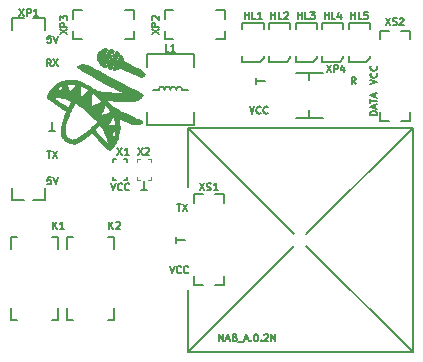
<source format=gbr>
G04 #@! TF.GenerationSoftware,KiCad,Pcbnew,(5.1.4)-1*
G04 #@! TF.CreationDate,2021-02-16T23:36:19+03:00*
G04 #@! TF.ProjectId,NAB_A,4e41425f-412e-46b6-9963-61645f706362,rev?*
G04 #@! TF.SameCoordinates,Original*
G04 #@! TF.FileFunction,Legend,Top*
G04 #@! TF.FilePolarity,Positive*
%FSLAX46Y46*%
G04 Gerber Fmt 4.6, Leading zero omitted, Abs format (unit mm)*
G04 Created by KiCad (PCBNEW (5.1.4)-1) date 2021-02-16 23:36:19*
%MOMM*%
%LPD*%
G04 APERTURE LIST*
%ADD10C,0.150000*%
%ADD11C,0.120000*%
G04 APERTURE END LIST*
D10*
X228114285Y-68521428D02*
X228114285Y-67921428D01*
X228457142Y-68521428D01*
X228457142Y-67921428D01*
X228714285Y-68350000D02*
X229000000Y-68350000D01*
X228657142Y-68521428D02*
X228857142Y-67921428D01*
X229057142Y-68521428D01*
X229457142Y-68207142D02*
X229542857Y-68235714D01*
X229571428Y-68264285D01*
X229600000Y-68321428D01*
X229600000Y-68407142D01*
X229571428Y-68464285D01*
X229542857Y-68492857D01*
X229485714Y-68521428D01*
X229257142Y-68521428D01*
X229257142Y-67921428D01*
X229457142Y-67921428D01*
X229514285Y-67950000D01*
X229542857Y-67978571D01*
X229571428Y-68035714D01*
X229571428Y-68092857D01*
X229542857Y-68150000D01*
X229514285Y-68178571D01*
X229457142Y-68207142D01*
X229257142Y-68207142D01*
X229714285Y-68578571D02*
X230171428Y-68578571D01*
X230285714Y-68350000D02*
X230571428Y-68350000D01*
X230228571Y-68521428D02*
X230428571Y-67921428D01*
X230628571Y-68521428D01*
X230828571Y-68464285D02*
X230857142Y-68492857D01*
X230828571Y-68521428D01*
X230800000Y-68492857D01*
X230828571Y-68464285D01*
X230828571Y-68521428D01*
X231228571Y-67921428D02*
X231285714Y-67921428D01*
X231342857Y-67950000D01*
X231371428Y-67978571D01*
X231400000Y-68035714D01*
X231428571Y-68150000D01*
X231428571Y-68292857D01*
X231400000Y-68407142D01*
X231371428Y-68464285D01*
X231342857Y-68492857D01*
X231285714Y-68521428D01*
X231228571Y-68521428D01*
X231171428Y-68492857D01*
X231142857Y-68464285D01*
X231114285Y-68407142D01*
X231085714Y-68292857D01*
X231085714Y-68150000D01*
X231114285Y-68035714D01*
X231142857Y-67978571D01*
X231171428Y-67950000D01*
X231228571Y-67921428D01*
X231685714Y-68464285D02*
X231714285Y-68492857D01*
X231685714Y-68521428D01*
X231657142Y-68492857D01*
X231685714Y-68464285D01*
X231685714Y-68521428D01*
X231942857Y-67978571D02*
X231971428Y-67950000D01*
X232028571Y-67921428D01*
X232171428Y-67921428D01*
X232228571Y-67950000D01*
X232257142Y-67978571D01*
X232285714Y-68035714D01*
X232285714Y-68092857D01*
X232257142Y-68178571D01*
X231914285Y-68521428D01*
X232285714Y-68521428D01*
X232542857Y-68521428D02*
X232542857Y-67921428D01*
X232885714Y-68521428D01*
X232885714Y-67921428D01*
X241521428Y-49400000D02*
X240921428Y-49400000D01*
X240921428Y-49257142D01*
X240950000Y-49171428D01*
X241007142Y-49114285D01*
X241064285Y-49085714D01*
X241178571Y-49057142D01*
X241264285Y-49057142D01*
X241378571Y-49085714D01*
X241435714Y-49114285D01*
X241492857Y-49171428D01*
X241521428Y-49257142D01*
X241521428Y-49400000D01*
X241350000Y-48828571D02*
X241350000Y-48542857D01*
X241521428Y-48885714D02*
X240921428Y-48685714D01*
X241521428Y-48485714D01*
X240921428Y-48371428D02*
X240921428Y-48028571D01*
X241521428Y-48200000D02*
X240921428Y-48200000D01*
X241350000Y-47857142D02*
X241350000Y-47571428D01*
X241521428Y-47914285D02*
X240921428Y-47714285D01*
X241521428Y-47514285D01*
X240921428Y-46800000D02*
X241521428Y-46600000D01*
X240921428Y-46400000D01*
X241464285Y-45857142D02*
X241492857Y-45885714D01*
X241521428Y-45971428D01*
X241521428Y-46028571D01*
X241492857Y-46114285D01*
X241435714Y-46171428D01*
X241378571Y-46200000D01*
X241264285Y-46228571D01*
X241178571Y-46228571D01*
X241064285Y-46200000D01*
X241007142Y-46171428D01*
X240950000Y-46114285D01*
X240921428Y-46028571D01*
X240921428Y-45971428D01*
X240950000Y-45885714D01*
X240978571Y-45857142D01*
X241464285Y-45257142D02*
X241492857Y-45285714D01*
X241521428Y-45371428D01*
X241521428Y-45428571D01*
X241492857Y-45514285D01*
X241435714Y-45571428D01*
X241378571Y-45600000D01*
X241264285Y-45628571D01*
X241178571Y-45628571D01*
X241064285Y-45600000D01*
X241007142Y-45571428D01*
X240950000Y-45514285D01*
X240921428Y-45428571D01*
X240921428Y-45371428D01*
X240950000Y-45285714D01*
X240978571Y-45257142D01*
X221500000Y-55750000D02*
X222000000Y-55750000D01*
X221750000Y-55000000D02*
X221750000Y-55750000D01*
X218950000Y-55171428D02*
X219150000Y-55771428D01*
X219350000Y-55171428D01*
X219892857Y-55714285D02*
X219864285Y-55742857D01*
X219778571Y-55771428D01*
X219721428Y-55771428D01*
X219635714Y-55742857D01*
X219578571Y-55685714D01*
X219550000Y-55628571D01*
X219521428Y-55514285D01*
X219521428Y-55428571D01*
X219550000Y-55314285D01*
X219578571Y-55257142D01*
X219635714Y-55200000D01*
X219721428Y-55171428D01*
X219778571Y-55171428D01*
X219864285Y-55200000D01*
X219892857Y-55228571D01*
X220492857Y-55714285D02*
X220464285Y-55742857D01*
X220378571Y-55771428D01*
X220321428Y-55771428D01*
X220235714Y-55742857D01*
X220178571Y-55685714D01*
X220150000Y-55628571D01*
X220121428Y-55514285D01*
X220121428Y-55428571D01*
X220150000Y-55314285D01*
X220178571Y-55257142D01*
X220235714Y-55200000D01*
X220321428Y-55171428D01*
X220378571Y-55171428D01*
X220464285Y-55200000D01*
X220492857Y-55228571D01*
X231250000Y-46250000D02*
X231250000Y-46750000D01*
X232000000Y-46500000D02*
X231250000Y-46500000D01*
X230700000Y-48671428D02*
X230900000Y-49271428D01*
X231100000Y-48671428D01*
X231642857Y-49214285D02*
X231614285Y-49242857D01*
X231528571Y-49271428D01*
X231471428Y-49271428D01*
X231385714Y-49242857D01*
X231328571Y-49185714D01*
X231300000Y-49128571D01*
X231271428Y-49014285D01*
X231271428Y-48928571D01*
X231300000Y-48814285D01*
X231328571Y-48757142D01*
X231385714Y-48700000D01*
X231471428Y-48671428D01*
X231528571Y-48671428D01*
X231614285Y-48700000D01*
X231642857Y-48728571D01*
X232242857Y-49214285D02*
X232214285Y-49242857D01*
X232128571Y-49271428D01*
X232071428Y-49271428D01*
X231985714Y-49242857D01*
X231928571Y-49185714D01*
X231900000Y-49128571D01*
X231871428Y-49014285D01*
X231871428Y-48928571D01*
X231900000Y-48814285D01*
X231928571Y-48757142D01*
X231985714Y-48700000D01*
X232071428Y-48671428D01*
X232128571Y-48671428D01*
X232214285Y-48700000D01*
X232242857Y-48728571D01*
X239685714Y-46771428D02*
X239485714Y-46485714D01*
X239342857Y-46771428D02*
X239342857Y-46171428D01*
X239571428Y-46171428D01*
X239628571Y-46200000D01*
X239657142Y-46228571D01*
X239685714Y-46285714D01*
X239685714Y-46371428D01*
X239657142Y-46428571D01*
X239628571Y-46457142D01*
X239571428Y-46485714D01*
X239342857Y-46485714D01*
X223950000Y-62171428D02*
X224150000Y-62771428D01*
X224350000Y-62171428D01*
X224892857Y-62714285D02*
X224864285Y-62742857D01*
X224778571Y-62771428D01*
X224721428Y-62771428D01*
X224635714Y-62742857D01*
X224578571Y-62685714D01*
X224550000Y-62628571D01*
X224521428Y-62514285D01*
X224521428Y-62428571D01*
X224550000Y-62314285D01*
X224578571Y-62257142D01*
X224635714Y-62200000D01*
X224721428Y-62171428D01*
X224778571Y-62171428D01*
X224864285Y-62200000D01*
X224892857Y-62228571D01*
X225492857Y-62714285D02*
X225464285Y-62742857D01*
X225378571Y-62771428D01*
X225321428Y-62771428D01*
X225235714Y-62742857D01*
X225178571Y-62685714D01*
X225150000Y-62628571D01*
X225121428Y-62514285D01*
X225121428Y-62428571D01*
X225150000Y-62314285D01*
X225178571Y-62257142D01*
X225235714Y-62200000D01*
X225321428Y-62171428D01*
X225378571Y-62171428D01*
X225464285Y-62200000D01*
X225492857Y-62228571D01*
X224500000Y-59750000D02*
X224500000Y-60250000D01*
X225250000Y-60000000D02*
X224500000Y-60000000D01*
X224542857Y-56921428D02*
X224885714Y-56921428D01*
X224714285Y-57521428D02*
X224714285Y-56921428D01*
X225028571Y-56921428D02*
X225428571Y-57521428D01*
X225428571Y-56921428D02*
X225028571Y-57521428D01*
X214000000Y-50750000D02*
X214000000Y-50000000D01*
X213750000Y-50750000D02*
X214250000Y-50750000D01*
X213885714Y-54671428D02*
X213600000Y-54671428D01*
X213571428Y-54957142D01*
X213600000Y-54928571D01*
X213657142Y-54900000D01*
X213800000Y-54900000D01*
X213857142Y-54928571D01*
X213885714Y-54957142D01*
X213914285Y-55014285D01*
X213914285Y-55157142D01*
X213885714Y-55214285D01*
X213857142Y-55242857D01*
X213800000Y-55271428D01*
X213657142Y-55271428D01*
X213600000Y-55242857D01*
X213571428Y-55214285D01*
X214085714Y-54671428D02*
X214285714Y-55271428D01*
X214485714Y-54671428D01*
X213542857Y-52421428D02*
X213885714Y-52421428D01*
X213714285Y-53021428D02*
X213714285Y-52421428D01*
X214028571Y-52421428D02*
X214428571Y-53021428D01*
X214428571Y-52421428D02*
X214028571Y-53021428D01*
X213900000Y-45271428D02*
X213700000Y-44985714D01*
X213557142Y-45271428D02*
X213557142Y-44671428D01*
X213785714Y-44671428D01*
X213842857Y-44700000D01*
X213871428Y-44728571D01*
X213900000Y-44785714D01*
X213900000Y-44871428D01*
X213871428Y-44928571D01*
X213842857Y-44957142D01*
X213785714Y-44985714D01*
X213557142Y-44985714D01*
X214100000Y-44671428D02*
X214500000Y-45271428D01*
X214500000Y-44671428D02*
X214100000Y-45271428D01*
X213885714Y-42671428D02*
X213600000Y-42671428D01*
X213571428Y-42957142D01*
X213600000Y-42928571D01*
X213657142Y-42900000D01*
X213800000Y-42900000D01*
X213857142Y-42928571D01*
X213885714Y-42957142D01*
X213914285Y-43014285D01*
X213914285Y-43157142D01*
X213885714Y-43214285D01*
X213857142Y-43242857D01*
X213800000Y-43271428D01*
X213657142Y-43271428D01*
X213600000Y-43242857D01*
X213571428Y-43214285D01*
X214085714Y-42671428D02*
X214285714Y-43271428D01*
X214485714Y-42671428D01*
X225500000Y-69500000D02*
X234500000Y-60500000D01*
X244500000Y-69500000D02*
X235500000Y-60500000D01*
X225500000Y-64250000D02*
X225500000Y-69500000D01*
X244500000Y-50500000D02*
X235500000Y-59500000D01*
X234500000Y-59500000D02*
X225500000Y-50500000D01*
X225500000Y-55500000D02*
X225500000Y-50500000D01*
X244500000Y-69500000D02*
X225500000Y-69500000D01*
X244500000Y-50500000D02*
X244500000Y-69500000D01*
X225500000Y-50500000D02*
X244500000Y-50500000D01*
D11*
X221150000Y-54900000D02*
X221400000Y-54900000D01*
X221150000Y-54650000D02*
X221150000Y-54900000D01*
X222350000Y-54900000D02*
X222100000Y-54900000D01*
X222350000Y-54650000D02*
X222350000Y-54900000D01*
X221150000Y-53100000D02*
X221150000Y-53350000D01*
X221400000Y-53100000D02*
X221150000Y-53100000D01*
X222350000Y-53100000D02*
X222350000Y-53350000D01*
X222100000Y-53100000D02*
X222350000Y-53100000D01*
D10*
X210600000Y-56600000D02*
X210600000Y-55600000D01*
X213400000Y-56600000D02*
X212400000Y-56600000D01*
X211600000Y-56600000D02*
X210600000Y-56600000D01*
X213400000Y-55600000D02*
X213400000Y-56600000D01*
X210600000Y-41200000D02*
X210600000Y-42200000D01*
X211600000Y-41200000D02*
X210600000Y-41200000D01*
X213400000Y-41200000D02*
X212400000Y-41200000D01*
X213400000Y-41200000D02*
X213400000Y-42200000D01*
G36*
X217854027Y-44314934D02*
G01*
X217940025Y-44125384D01*
X218092887Y-43973418D01*
X218306797Y-43868974D01*
X218451299Y-43834914D01*
X218567673Y-43822593D01*
X218619916Y-43836853D01*
X218627495Y-43864506D01*
X218607173Y-43921818D01*
X218553965Y-44037891D01*
X218475414Y-44197093D01*
X218379061Y-44383795D01*
X218354593Y-44430078D01*
X218252552Y-44617285D01*
X218161287Y-44775629D01*
X218089402Y-44890833D01*
X218045499Y-44948619D01*
X218039883Y-44952428D01*
X217998876Y-44925900D01*
X217942703Y-44841545D01*
X217905881Y-44767033D01*
X217840707Y-44532130D01*
X217854027Y-44314934D01*
X217854027Y-44314934D01*
G37*
X217854027Y-44314934D02*
X217940025Y-44125384D01*
X218092887Y-43973418D01*
X218306797Y-43868974D01*
X218451299Y-43834914D01*
X218567673Y-43822593D01*
X218619916Y-43836853D01*
X218627495Y-43864506D01*
X218607173Y-43921818D01*
X218553965Y-44037891D01*
X218475414Y-44197093D01*
X218379061Y-44383795D01*
X218354593Y-44430078D01*
X218252552Y-44617285D01*
X218161287Y-44775629D01*
X218089402Y-44890833D01*
X218045499Y-44948619D01*
X218039883Y-44952428D01*
X217998876Y-44925900D01*
X217942703Y-44841545D01*
X217905881Y-44767033D01*
X217840707Y-44532130D01*
X217854027Y-44314934D01*
G36*
X218487915Y-44519247D02*
G01*
X218601870Y-44309811D01*
X218705568Y-44127516D01*
X218791309Y-43985263D01*
X218851391Y-43895953D01*
X218874511Y-43871645D01*
X218988355Y-43865697D01*
X219101594Y-43918503D01*
X219171547Y-44002926D01*
X219197115Y-44083851D01*
X219170229Y-44123780D01*
X219154175Y-44130941D01*
X219059287Y-44151354D01*
X218994427Y-44155666D01*
X218902177Y-44167432D01*
X218871207Y-44212204D01*
X218897055Y-44304194D01*
X218927739Y-44368128D01*
X219009183Y-44527772D01*
X218852164Y-44557229D01*
X218720341Y-44586767D01*
X218661148Y-44622191D01*
X218663276Y-44680465D01*
X218710340Y-44769978D01*
X218757663Y-44872607D01*
X218742995Y-44931215D01*
X218658280Y-44956447D01*
X218566536Y-44960000D01*
X218467935Y-44982430D01*
X218429619Y-45038846D01*
X218452841Y-45099438D01*
X218497933Y-45180174D01*
X218522838Y-45245750D01*
X218531414Y-45318231D01*
X218483703Y-45340546D01*
X218466880Y-45341000D01*
X218377684Y-45314381D01*
X218275710Y-45249654D01*
X218268026Y-45243203D01*
X218154331Y-45145406D01*
X218487915Y-44519247D01*
X218487915Y-44519247D01*
G37*
X218487915Y-44519247D02*
X218601870Y-44309811D01*
X218705568Y-44127516D01*
X218791309Y-43985263D01*
X218851391Y-43895953D01*
X218874511Y-43871645D01*
X218988355Y-43865697D01*
X219101594Y-43918503D01*
X219171547Y-44002926D01*
X219197115Y-44083851D01*
X219170229Y-44123780D01*
X219154175Y-44130941D01*
X219059287Y-44151354D01*
X218994427Y-44155666D01*
X218902177Y-44167432D01*
X218871207Y-44212204D01*
X218897055Y-44304194D01*
X218927739Y-44368128D01*
X219009183Y-44527772D01*
X218852164Y-44557229D01*
X218720341Y-44586767D01*
X218661148Y-44622191D01*
X218663276Y-44680465D01*
X218710340Y-44769978D01*
X218757663Y-44872607D01*
X218742995Y-44931215D01*
X218658280Y-44956447D01*
X218566536Y-44960000D01*
X218467935Y-44982430D01*
X218429619Y-45038846D01*
X218452841Y-45099438D01*
X218497933Y-45180174D01*
X218522838Y-45245750D01*
X218531414Y-45318231D01*
X218483703Y-45340546D01*
X218466880Y-45341000D01*
X218377684Y-45314381D01*
X218275710Y-45249654D01*
X218268026Y-45243203D01*
X218154331Y-45145406D01*
X218487915Y-44519247D01*
G36*
X218734726Y-45113589D02*
G01*
X218793960Y-45098879D01*
X218834511Y-45094720D01*
X218951977Y-45065151D01*
X218995690Y-45000494D01*
X218969828Y-44891958D01*
X218950101Y-44851383D01*
X218885129Y-44727166D01*
X219054398Y-44689402D01*
X219171398Y-44653388D01*
X219215984Y-44601395D01*
X219196906Y-44512998D01*
X219161425Y-44439505D01*
X219126819Y-44366648D01*
X219129964Y-44324086D01*
X219185350Y-44296014D01*
X219307465Y-44266624D01*
X219323044Y-44263193D01*
X219406787Y-44233530D01*
X219426074Y-44179363D01*
X219416597Y-44129110D01*
X219406530Y-44055197D01*
X219434607Y-44047744D01*
X219444220Y-44052725D01*
X219530006Y-44111974D01*
X219605889Y-44179817D01*
X219644091Y-44230832D01*
X219644818Y-44236311D01*
X219624871Y-44280765D01*
X219571699Y-44385124D01*
X219492780Y-44535051D01*
X219395592Y-44716210D01*
X219366710Y-44769500D01*
X219260539Y-44966902D01*
X219165589Y-45147007D01*
X219091133Y-45291972D01*
X219046447Y-45383956D01*
X219042111Y-45393916D01*
X218972946Y-45490599D01*
X218891073Y-45509795D01*
X218814465Y-45452927D01*
X218774955Y-45372750D01*
X218729307Y-45231463D01*
X218714536Y-45151430D01*
X218734726Y-45113589D01*
X218734726Y-45113589D01*
G37*
X218734726Y-45113589D02*
X218793960Y-45098879D01*
X218834511Y-45094720D01*
X218951977Y-45065151D01*
X218995690Y-45000494D01*
X218969828Y-44891958D01*
X218950101Y-44851383D01*
X218885129Y-44727166D01*
X219054398Y-44689402D01*
X219171398Y-44653388D01*
X219215984Y-44601395D01*
X219196906Y-44512998D01*
X219161425Y-44439505D01*
X219126819Y-44366648D01*
X219129964Y-44324086D01*
X219185350Y-44296014D01*
X219307465Y-44266624D01*
X219323044Y-44263193D01*
X219406787Y-44233530D01*
X219426074Y-44179363D01*
X219416597Y-44129110D01*
X219406530Y-44055197D01*
X219434607Y-44047744D01*
X219444220Y-44052725D01*
X219530006Y-44111974D01*
X219605889Y-44179817D01*
X219644091Y-44230832D01*
X219644818Y-44236311D01*
X219624871Y-44280765D01*
X219571699Y-44385124D01*
X219492780Y-44535051D01*
X219395592Y-44716210D01*
X219366710Y-44769500D01*
X219260539Y-44966902D01*
X219165589Y-45147007D01*
X219091133Y-45291972D01*
X219046447Y-45383956D01*
X219042111Y-45393916D01*
X218972946Y-45490599D01*
X218891073Y-45509795D01*
X218814465Y-45452927D01*
X218774955Y-45372750D01*
X218729307Y-45231463D01*
X218714536Y-45151430D01*
X218734726Y-45113589D01*
G36*
X213617597Y-47797463D02*
G01*
X213680097Y-47694184D01*
X213738717Y-47612356D01*
X213833377Y-47481595D01*
X213915155Y-47357219D01*
X213947062Y-47302196D01*
X214031519Y-47182082D01*
X214162413Y-47039040D01*
X214315238Y-46896352D01*
X214465487Y-46777300D01*
X214563310Y-46716734D01*
X214930245Y-46567531D01*
X215300678Y-46490195D01*
X215681436Y-46485387D01*
X216079343Y-46553766D01*
X216501224Y-46695993D01*
X216953905Y-46912730D01*
X217031966Y-46955662D01*
X217215871Y-47061978D01*
X217390287Y-47168813D01*
X217530107Y-47260514D01*
X217586403Y-47301333D01*
X217726828Y-47387466D01*
X217881445Y-47449792D01*
X217926212Y-47460679D01*
X218023879Y-47474588D01*
X218181906Y-47492024D01*
X218387682Y-47512017D01*
X218628598Y-47533597D01*
X218892042Y-47555794D01*
X219165405Y-47577638D01*
X219436077Y-47598161D01*
X219691447Y-47616391D01*
X219918906Y-47631359D01*
X220105842Y-47642096D01*
X220239647Y-47647632D01*
X220307709Y-47646996D01*
X220313374Y-47644262D01*
X220272831Y-47621914D01*
X220166519Y-47566895D01*
X220004450Y-47484289D01*
X219796639Y-47379178D01*
X219553101Y-47256643D01*
X219284419Y-47122054D01*
X218901555Y-46927808D01*
X218517414Y-46727594D01*
X218139228Y-46525603D01*
X217774227Y-46326027D01*
X217429643Y-46133059D01*
X217112707Y-45950891D01*
X216830650Y-45783716D01*
X216590704Y-45635726D01*
X216400099Y-45511114D01*
X216266066Y-45414072D01*
X216195838Y-45348792D01*
X216187377Y-45326482D01*
X216249843Y-45257168D01*
X216372064Y-45203383D01*
X216529343Y-45174657D01*
X216586937Y-45172291D01*
X216719026Y-45180669D01*
X216859608Y-45209971D01*
X217020556Y-45265061D01*
X217213742Y-45350806D01*
X217451040Y-45472072D01*
X217744320Y-45633724D01*
X217826667Y-45680384D01*
X218698823Y-46165072D01*
X219588061Y-46637340D01*
X220460590Y-47079409D01*
X220801921Y-47246000D01*
X221102093Y-47392964D01*
X221329871Y-47509727D01*
X221490703Y-47599390D01*
X221590037Y-47665054D01*
X221633323Y-47709819D01*
X221636241Y-47720839D01*
X221600515Y-47816860D01*
X221506320Y-47924612D01*
X221374616Y-48026502D01*
X221226360Y-48104938D01*
X221147330Y-48131214D01*
X220942505Y-48167559D01*
X220669559Y-48192982D01*
X220344385Y-48207061D01*
X219982877Y-48209372D01*
X219600926Y-48199494D01*
X219270824Y-48181111D01*
X219038264Y-48165617D01*
X218837204Y-48153811D01*
X218681949Y-48146402D01*
X218586808Y-48144104D01*
X218563639Y-48145916D01*
X218584639Y-48180606D01*
X218651997Y-48263764D01*
X218754401Y-48381864D01*
X218847082Y-48484883D01*
X218949634Y-48595541D01*
X219039339Y-48684758D01*
X219129642Y-48761444D01*
X219233986Y-48834510D01*
X219365814Y-48912864D01*
X219538571Y-49005417D01*
X219765700Y-49121078D01*
X219935267Y-49206073D01*
X220208195Y-49340097D01*
X220489271Y-49473781D01*
X220757568Y-49597475D01*
X220992158Y-49701528D01*
X221169960Y-49775447D01*
X221348626Y-49848531D01*
X221495533Y-49914532D01*
X221594111Y-49965616D01*
X221627671Y-49991847D01*
X221606729Y-50043212D01*
X221541295Y-50100538D01*
X221390279Y-50170241D01*
X221208807Y-50197220D01*
X220989237Y-50180202D01*
X220723925Y-50117917D01*
X220405229Y-50009091D01*
X220025505Y-49852453D01*
X220010151Y-49845709D01*
X219835809Y-49770077D01*
X219690632Y-49709154D01*
X219591688Y-49669973D01*
X219557021Y-49659000D01*
X219555027Y-49694468D01*
X219579750Y-49786217D01*
X219613432Y-49881250D01*
X219678352Y-50142704D01*
X219697344Y-50454880D01*
X219670872Y-50797677D01*
X219599399Y-51150991D01*
X219582744Y-51210871D01*
X219528643Y-51383439D01*
X219475402Y-51529411D01*
X219431637Y-51626008D01*
X219418027Y-51646517D01*
X219363020Y-51724472D01*
X219294864Y-51840194D01*
X219282285Y-51863762D01*
X219282285Y-51259339D01*
X219338689Y-51245775D01*
X219364157Y-51195864D01*
X219368896Y-51175855D01*
X219406261Y-50974084D01*
X219425907Y-50800166D01*
X219427148Y-50669822D01*
X219409296Y-50598774D01*
X219394490Y-50590333D01*
X219345247Y-50623486D01*
X219305065Y-50681108D01*
X219249921Y-50761863D01*
X219158994Y-50874335D01*
X219085042Y-50957875D01*
X219054334Y-50995300D01*
X219054334Y-50336333D01*
X219435334Y-50336333D01*
X219435334Y-50216623D01*
X219421441Y-50116774D01*
X219384999Y-49969590D01*
X219333866Y-49806754D01*
X219333303Y-49805141D01*
X219278170Y-49660986D01*
X219227747Y-49552400D01*
X219192078Y-49500731D01*
X219189496Y-49499443D01*
X219133871Y-49523722D01*
X219055280Y-49618846D01*
X218959791Y-49776127D01*
X218862585Y-49967512D01*
X218797073Y-50097723D01*
X218741166Y-50194562D01*
X218710333Y-50233796D01*
X218669625Y-50278475D01*
X218712618Y-50310459D01*
X218839302Y-50329745D01*
X219049668Y-50336331D01*
X219054334Y-50336333D01*
X219054334Y-50995300D01*
X218994429Y-51068310D01*
X218950048Y-51149128D01*
X218952217Y-51180243D01*
X219015560Y-51209324D01*
X219127156Y-51237965D01*
X219169081Y-51245582D01*
X219282285Y-51259339D01*
X219282285Y-51863762D01*
X219272818Y-51881500D01*
X219188991Y-52020075D01*
X219081923Y-52168294D01*
X219040921Y-52218297D01*
X218896737Y-52385761D01*
X218785298Y-52312796D01*
X218785298Y-51896686D01*
X218788617Y-51840006D01*
X218785716Y-51828583D01*
X218765648Y-51739499D01*
X218741857Y-51613401D01*
X218737024Y-51585166D01*
X218677329Y-51359436D01*
X218571076Y-51091989D01*
X218428126Y-50804239D01*
X218258342Y-50517599D01*
X218215043Y-50451864D01*
X218115253Y-50303556D01*
X218115253Y-49484922D01*
X218153703Y-49479496D01*
X218226800Y-49460121D01*
X218346862Y-49423290D01*
X218526208Y-49365497D01*
X218694500Y-49310401D01*
X218836565Y-49264016D01*
X218950005Y-49227465D01*
X219003022Y-49210871D01*
X219011898Y-49170828D01*
X218973380Y-49080640D01*
X218895846Y-48953859D01*
X218787674Y-48804040D01*
X218657246Y-48644736D01*
X218642877Y-48628324D01*
X218555920Y-48538015D01*
X218488072Y-48482301D01*
X218467671Y-48473666D01*
X218435760Y-48510816D01*
X218405182Y-48603008D01*
X218398994Y-48632416D01*
X218363948Y-48769704D01*
X218318844Y-48889537D01*
X218315146Y-48897000D01*
X218259311Y-49016404D01*
X218201221Y-49156363D01*
X218149282Y-49294188D01*
X218111905Y-49407188D01*
X218097497Y-49472674D01*
X218099129Y-49479906D01*
X218115253Y-49484922D01*
X218115253Y-50303556D01*
X218022178Y-50165227D01*
X217836499Y-50346030D01*
X217730610Y-50454198D01*
X217647779Y-50547953D01*
X217613169Y-50595470D01*
X217613968Y-50677996D01*
X217680996Y-50808680D01*
X217814688Y-50988107D01*
X218015480Y-51216864D01*
X218278220Y-51489916D01*
X218481591Y-51688321D01*
X218633051Y-51821688D01*
X218733864Y-51890861D01*
X218785298Y-51896686D01*
X218785298Y-52312796D01*
X218774452Y-52305694D01*
X218684478Y-52233940D01*
X218551288Y-52111442D01*
X218387357Y-51951230D01*
X218205161Y-51766329D01*
X218017176Y-51569770D01*
X217835878Y-51374580D01*
X217673743Y-51193787D01*
X217543247Y-51040419D01*
X217462526Y-50935696D01*
X217411117Y-50872591D01*
X217363156Y-50866842D01*
X217282934Y-50913225D01*
X217190777Y-50983076D01*
X217069883Y-51087014D01*
X216979196Y-51171289D01*
X216862569Y-51278476D01*
X216757091Y-51366340D01*
X216699499Y-51407054D01*
X216611035Y-51461341D01*
X216490429Y-51538991D01*
X216436845Y-51574404D01*
X216248741Y-51680926D01*
X216048684Y-51763533D01*
X215867812Y-51810466D01*
X215794667Y-51816881D01*
X215689609Y-51805232D01*
X215689609Y-51558645D01*
X215780455Y-51551097D01*
X215995861Y-51509659D01*
X216216807Y-51426104D01*
X216452349Y-51294797D01*
X216711541Y-51110102D01*
X217003440Y-50866384D01*
X217262996Y-50628528D01*
X217448939Y-50449581D01*
X217611753Y-50286657D01*
X217741881Y-50149836D01*
X217829767Y-50049195D01*
X217865855Y-49994814D01*
X217866246Y-49992334D01*
X217837910Y-49940537D01*
X217757960Y-49843042D01*
X217636982Y-49711586D01*
X217485566Y-49557909D01*
X217395424Y-49470345D01*
X217276194Y-49358414D01*
X217276194Y-48713344D01*
X217373852Y-48690818D01*
X217531345Y-48627902D01*
X217636167Y-48581622D01*
X217805487Y-48508714D01*
X217984739Y-48435793D01*
X218048917Y-48410999D01*
X218163820Y-48358062D01*
X218236606Y-48306066D01*
X218250000Y-48281975D01*
X218220696Y-48230552D01*
X218142620Y-48139798D01*
X218030531Y-48026352D01*
X217986228Y-47984579D01*
X217767702Y-47789744D01*
X217589475Y-47646505D01*
X217456194Y-47558147D01*
X217372503Y-47527958D01*
X217351077Y-47535323D01*
X217332786Y-47591589D01*
X217314664Y-47711517D01*
X217299494Y-47874142D01*
X217293806Y-47966500D01*
X217280683Y-48162726D01*
X217263066Y-48346407D01*
X217244042Y-48487253D01*
X217237095Y-48523203D01*
X217218329Y-48631076D01*
X217227858Y-48693943D01*
X217276194Y-48713344D01*
X217276194Y-49358414D01*
X217106490Y-49199097D01*
X216859751Y-48980074D01*
X216641315Y-48802078D01*
X216437290Y-48653912D01*
X216374672Y-48614055D01*
X216374672Y-48008000D01*
X216438513Y-47973816D01*
X216457256Y-47943029D01*
X216504858Y-47882771D01*
X216598748Y-47800885D01*
X216663675Y-47753192D01*
X216794201Y-47655471D01*
X216920954Y-47547493D01*
X217026378Y-47445802D01*
X217092915Y-47366947D01*
X217107000Y-47335371D01*
X217076252Y-47291782D01*
X217000981Y-47226044D01*
X216988515Y-47216656D01*
X216882716Y-47147524D01*
X216739543Y-47064977D01*
X216646504Y-47015787D01*
X216518104Y-46955488D01*
X216426728Y-46931404D01*
X216366326Y-46952349D01*
X216330847Y-47027136D01*
X216314239Y-47164581D01*
X216310453Y-47373497D01*
X216311436Y-47503862D01*
X216315991Y-47726835D01*
X216324788Y-47876765D01*
X216339281Y-47965228D01*
X216360922Y-48003803D01*
X216374672Y-48008000D01*
X216374672Y-48614055D01*
X216233783Y-48524377D01*
X216189710Y-48498434D01*
X216039404Y-48412407D01*
X215947461Y-48365552D01*
X215899646Y-48353476D01*
X215881723Y-48371787D01*
X215879334Y-48402649D01*
X215860114Y-48464889D01*
X215811165Y-48574789D01*
X215745549Y-48706952D01*
X215676329Y-48835981D01*
X215616569Y-48936479D01*
X215581505Y-48981666D01*
X215552001Y-49032109D01*
X215512815Y-49132619D01*
X215499819Y-49172166D01*
X215446265Y-49317269D01*
X215384204Y-49452240D01*
X215378220Y-49463250D01*
X215378220Y-48826938D01*
X215415511Y-48814334D01*
X215461541Y-48750653D01*
X215529084Y-48623582D01*
X215537028Y-48607876D01*
X215608561Y-48474423D01*
X215670766Y-48372796D01*
X215709053Y-48326085D01*
X215749505Y-48279439D01*
X215713366Y-48231415D01*
X215614750Y-48183253D01*
X215487750Y-48135875D01*
X215487750Y-47584492D01*
X215536511Y-47551351D01*
X215540667Y-47530304D01*
X215569213Y-47476603D01*
X215644812Y-47383542D01*
X215752404Y-47269295D01*
X215777408Y-47244554D01*
X215938114Y-47076523D01*
X216032377Y-46949810D01*
X216063867Y-46858273D01*
X216042154Y-46801500D01*
X215983723Y-46782010D01*
X215863301Y-46767260D01*
X215703535Y-46759680D01*
X215648045Y-46759166D01*
X215483577Y-46761531D01*
X215354294Y-46767828D01*
X215281350Y-46776864D01*
X215273157Y-46780333D01*
X215268731Y-46833059D01*
X215285197Y-46942469D01*
X215316743Y-47086786D01*
X215357557Y-47244228D01*
X215401826Y-47393018D01*
X215443740Y-47511374D01*
X215477485Y-47577519D01*
X215487750Y-47584492D01*
X215487750Y-48135875D01*
X215455534Y-48123856D01*
X215258531Y-48056419D01*
X215048304Y-47988682D01*
X214849414Y-47928382D01*
X214686425Y-47883259D01*
X214660800Y-47877420D01*
X214660800Y-47482104D01*
X214715011Y-47434296D01*
X214750764Y-47349187D01*
X214804424Y-47236330D01*
X214887319Y-47109448D01*
X214912159Y-47077604D01*
X214997583Y-46956196D01*
X215031634Y-46868164D01*
X215010601Y-46825093D01*
X214993843Y-46822666D01*
X214906672Y-46844077D01*
X214781661Y-46897577D01*
X214650589Y-46967070D01*
X214545233Y-47036461D01*
X214511168Y-47067152D01*
X214466704Y-47124188D01*
X214458210Y-47176878D01*
X214487170Y-47255483D01*
X214524025Y-47329408D01*
X214598302Y-47447242D01*
X214660800Y-47482104D01*
X214660800Y-47877420D01*
X214600187Y-47863607D01*
X214477725Y-47852761D01*
X214334079Y-47855631D01*
X214193737Y-47869481D01*
X214081186Y-47891576D01*
X214020914Y-47919182D01*
X214016667Y-47928787D01*
X214050011Y-47963392D01*
X214067568Y-47965666D01*
X214127435Y-47993082D01*
X214216117Y-48061743D01*
X214248721Y-48091911D01*
X214390612Y-48208387D01*
X214603723Y-48353225D01*
X214881231Y-48521963D01*
X215075000Y-48632369D01*
X215200646Y-48706748D01*
X215303975Y-48775275D01*
X215336892Y-48800779D01*
X215378220Y-48826938D01*
X215378220Y-49463250D01*
X215375367Y-49468500D01*
X215258628Y-49721039D01*
X215157627Y-50022888D01*
X215081317Y-50339974D01*
X215038652Y-50638230D01*
X215032733Y-50772334D01*
X215064293Y-51018336D01*
X215163872Y-51224516D01*
X215339057Y-51405654D01*
X215370488Y-51430189D01*
X215488989Y-51513340D01*
X215582429Y-51552345D01*
X215689609Y-51558645D01*
X215689609Y-51805232D01*
X215638546Y-51799569D01*
X215459151Y-51754392D01*
X215288827Y-51691920D01*
X215159923Y-51622723D01*
X215132186Y-51600401D01*
X215050253Y-51505540D01*
X214959507Y-51374996D01*
X214921840Y-51312205D01*
X214839089Y-51090016D01*
X214806878Y-50818744D01*
X214825596Y-50517519D01*
X214895631Y-50205475D01*
X214899111Y-50194291D01*
X214944376Y-50042607D01*
X214977020Y-49918570D01*
X214990299Y-49847910D01*
X214990334Y-49846198D01*
X215006763Y-49777782D01*
X215049144Y-49662033D01*
X215090291Y-49564907D01*
X215185195Y-49349758D01*
X215246939Y-49199762D01*
X215278666Y-49103584D01*
X215283514Y-49049886D01*
X215264625Y-49027332D01*
X215240131Y-49024000D01*
X215176673Y-49001350D01*
X215060563Y-48940125D01*
X214908436Y-48850410D01*
X214736926Y-48742289D01*
X214562668Y-48625849D01*
X214439178Y-48538396D01*
X214309839Y-48444998D01*
X214200392Y-48367761D01*
X214137733Y-48325500D01*
X214004262Y-48234907D01*
X213866051Y-48129495D01*
X213740414Y-48024011D01*
X213644663Y-47933205D01*
X213596113Y-47871825D01*
X213593334Y-47861740D01*
X213617597Y-47797463D01*
X213617597Y-47797463D01*
G37*
X213617597Y-47797463D02*
X213680097Y-47694184D01*
X213738717Y-47612356D01*
X213833377Y-47481595D01*
X213915155Y-47357219D01*
X213947062Y-47302196D01*
X214031519Y-47182082D01*
X214162413Y-47039040D01*
X214315238Y-46896352D01*
X214465487Y-46777300D01*
X214563310Y-46716734D01*
X214930245Y-46567531D01*
X215300678Y-46490195D01*
X215681436Y-46485387D01*
X216079343Y-46553766D01*
X216501224Y-46695993D01*
X216953905Y-46912730D01*
X217031966Y-46955662D01*
X217215871Y-47061978D01*
X217390287Y-47168813D01*
X217530107Y-47260514D01*
X217586403Y-47301333D01*
X217726828Y-47387466D01*
X217881445Y-47449792D01*
X217926212Y-47460679D01*
X218023879Y-47474588D01*
X218181906Y-47492024D01*
X218387682Y-47512017D01*
X218628598Y-47533597D01*
X218892042Y-47555794D01*
X219165405Y-47577638D01*
X219436077Y-47598161D01*
X219691447Y-47616391D01*
X219918906Y-47631359D01*
X220105842Y-47642096D01*
X220239647Y-47647632D01*
X220307709Y-47646996D01*
X220313374Y-47644262D01*
X220272831Y-47621914D01*
X220166519Y-47566895D01*
X220004450Y-47484289D01*
X219796639Y-47379178D01*
X219553101Y-47256643D01*
X219284419Y-47122054D01*
X218901555Y-46927808D01*
X218517414Y-46727594D01*
X218139228Y-46525603D01*
X217774227Y-46326027D01*
X217429643Y-46133059D01*
X217112707Y-45950891D01*
X216830650Y-45783716D01*
X216590704Y-45635726D01*
X216400099Y-45511114D01*
X216266066Y-45414072D01*
X216195838Y-45348792D01*
X216187377Y-45326482D01*
X216249843Y-45257168D01*
X216372064Y-45203383D01*
X216529343Y-45174657D01*
X216586937Y-45172291D01*
X216719026Y-45180669D01*
X216859608Y-45209971D01*
X217020556Y-45265061D01*
X217213742Y-45350806D01*
X217451040Y-45472072D01*
X217744320Y-45633724D01*
X217826667Y-45680384D01*
X218698823Y-46165072D01*
X219588061Y-46637340D01*
X220460590Y-47079409D01*
X220801921Y-47246000D01*
X221102093Y-47392964D01*
X221329871Y-47509727D01*
X221490703Y-47599390D01*
X221590037Y-47665054D01*
X221633323Y-47709819D01*
X221636241Y-47720839D01*
X221600515Y-47816860D01*
X221506320Y-47924612D01*
X221374616Y-48026502D01*
X221226360Y-48104938D01*
X221147330Y-48131214D01*
X220942505Y-48167559D01*
X220669559Y-48192982D01*
X220344385Y-48207061D01*
X219982877Y-48209372D01*
X219600926Y-48199494D01*
X219270824Y-48181111D01*
X219038264Y-48165617D01*
X218837204Y-48153811D01*
X218681949Y-48146402D01*
X218586808Y-48144104D01*
X218563639Y-48145916D01*
X218584639Y-48180606D01*
X218651997Y-48263764D01*
X218754401Y-48381864D01*
X218847082Y-48484883D01*
X218949634Y-48595541D01*
X219039339Y-48684758D01*
X219129642Y-48761444D01*
X219233986Y-48834510D01*
X219365814Y-48912864D01*
X219538571Y-49005417D01*
X219765700Y-49121078D01*
X219935267Y-49206073D01*
X220208195Y-49340097D01*
X220489271Y-49473781D01*
X220757568Y-49597475D01*
X220992158Y-49701528D01*
X221169960Y-49775447D01*
X221348626Y-49848531D01*
X221495533Y-49914532D01*
X221594111Y-49965616D01*
X221627671Y-49991847D01*
X221606729Y-50043212D01*
X221541295Y-50100538D01*
X221390279Y-50170241D01*
X221208807Y-50197220D01*
X220989237Y-50180202D01*
X220723925Y-50117917D01*
X220405229Y-50009091D01*
X220025505Y-49852453D01*
X220010151Y-49845709D01*
X219835809Y-49770077D01*
X219690632Y-49709154D01*
X219591688Y-49669973D01*
X219557021Y-49659000D01*
X219555027Y-49694468D01*
X219579750Y-49786217D01*
X219613432Y-49881250D01*
X219678352Y-50142704D01*
X219697344Y-50454880D01*
X219670872Y-50797677D01*
X219599399Y-51150991D01*
X219582744Y-51210871D01*
X219528643Y-51383439D01*
X219475402Y-51529411D01*
X219431637Y-51626008D01*
X219418027Y-51646517D01*
X219363020Y-51724472D01*
X219294864Y-51840194D01*
X219282285Y-51863762D01*
X219282285Y-51259339D01*
X219338689Y-51245775D01*
X219364157Y-51195864D01*
X219368896Y-51175855D01*
X219406261Y-50974084D01*
X219425907Y-50800166D01*
X219427148Y-50669822D01*
X219409296Y-50598774D01*
X219394490Y-50590333D01*
X219345247Y-50623486D01*
X219305065Y-50681108D01*
X219249921Y-50761863D01*
X219158994Y-50874335D01*
X219085042Y-50957875D01*
X219054334Y-50995300D01*
X219054334Y-50336333D01*
X219435334Y-50336333D01*
X219435334Y-50216623D01*
X219421441Y-50116774D01*
X219384999Y-49969590D01*
X219333866Y-49806754D01*
X219333303Y-49805141D01*
X219278170Y-49660986D01*
X219227747Y-49552400D01*
X219192078Y-49500731D01*
X219189496Y-49499443D01*
X219133871Y-49523722D01*
X219055280Y-49618846D01*
X218959791Y-49776127D01*
X218862585Y-49967512D01*
X218797073Y-50097723D01*
X218741166Y-50194562D01*
X218710333Y-50233796D01*
X218669625Y-50278475D01*
X218712618Y-50310459D01*
X218839302Y-50329745D01*
X219049668Y-50336331D01*
X219054334Y-50336333D01*
X219054334Y-50995300D01*
X218994429Y-51068310D01*
X218950048Y-51149128D01*
X218952217Y-51180243D01*
X219015560Y-51209324D01*
X219127156Y-51237965D01*
X219169081Y-51245582D01*
X219282285Y-51259339D01*
X219282285Y-51863762D01*
X219272818Y-51881500D01*
X219188991Y-52020075D01*
X219081923Y-52168294D01*
X219040921Y-52218297D01*
X218896737Y-52385761D01*
X218785298Y-52312796D01*
X218785298Y-51896686D01*
X218788617Y-51840006D01*
X218785716Y-51828583D01*
X218765648Y-51739499D01*
X218741857Y-51613401D01*
X218737024Y-51585166D01*
X218677329Y-51359436D01*
X218571076Y-51091989D01*
X218428126Y-50804239D01*
X218258342Y-50517599D01*
X218215043Y-50451864D01*
X218115253Y-50303556D01*
X218115253Y-49484922D01*
X218153703Y-49479496D01*
X218226800Y-49460121D01*
X218346862Y-49423290D01*
X218526208Y-49365497D01*
X218694500Y-49310401D01*
X218836565Y-49264016D01*
X218950005Y-49227465D01*
X219003022Y-49210871D01*
X219011898Y-49170828D01*
X218973380Y-49080640D01*
X218895846Y-48953859D01*
X218787674Y-48804040D01*
X218657246Y-48644736D01*
X218642877Y-48628324D01*
X218555920Y-48538015D01*
X218488072Y-48482301D01*
X218467671Y-48473666D01*
X218435760Y-48510816D01*
X218405182Y-48603008D01*
X218398994Y-48632416D01*
X218363948Y-48769704D01*
X218318844Y-48889537D01*
X218315146Y-48897000D01*
X218259311Y-49016404D01*
X218201221Y-49156363D01*
X218149282Y-49294188D01*
X218111905Y-49407188D01*
X218097497Y-49472674D01*
X218099129Y-49479906D01*
X218115253Y-49484922D01*
X218115253Y-50303556D01*
X218022178Y-50165227D01*
X217836499Y-50346030D01*
X217730610Y-50454198D01*
X217647779Y-50547953D01*
X217613169Y-50595470D01*
X217613968Y-50677996D01*
X217680996Y-50808680D01*
X217814688Y-50988107D01*
X218015480Y-51216864D01*
X218278220Y-51489916D01*
X218481591Y-51688321D01*
X218633051Y-51821688D01*
X218733864Y-51890861D01*
X218785298Y-51896686D01*
X218785298Y-52312796D01*
X218774452Y-52305694D01*
X218684478Y-52233940D01*
X218551288Y-52111442D01*
X218387357Y-51951230D01*
X218205161Y-51766329D01*
X218017176Y-51569770D01*
X217835878Y-51374580D01*
X217673743Y-51193787D01*
X217543247Y-51040419D01*
X217462526Y-50935696D01*
X217411117Y-50872591D01*
X217363156Y-50866842D01*
X217282934Y-50913225D01*
X217190777Y-50983076D01*
X217069883Y-51087014D01*
X216979196Y-51171289D01*
X216862569Y-51278476D01*
X216757091Y-51366340D01*
X216699499Y-51407054D01*
X216611035Y-51461341D01*
X216490429Y-51538991D01*
X216436845Y-51574404D01*
X216248741Y-51680926D01*
X216048684Y-51763533D01*
X215867812Y-51810466D01*
X215794667Y-51816881D01*
X215689609Y-51805232D01*
X215689609Y-51558645D01*
X215780455Y-51551097D01*
X215995861Y-51509659D01*
X216216807Y-51426104D01*
X216452349Y-51294797D01*
X216711541Y-51110102D01*
X217003440Y-50866384D01*
X217262996Y-50628528D01*
X217448939Y-50449581D01*
X217611753Y-50286657D01*
X217741881Y-50149836D01*
X217829767Y-50049195D01*
X217865855Y-49994814D01*
X217866246Y-49992334D01*
X217837910Y-49940537D01*
X217757960Y-49843042D01*
X217636982Y-49711586D01*
X217485566Y-49557909D01*
X217395424Y-49470345D01*
X217276194Y-49358414D01*
X217276194Y-48713344D01*
X217373852Y-48690818D01*
X217531345Y-48627902D01*
X217636167Y-48581622D01*
X217805487Y-48508714D01*
X217984739Y-48435793D01*
X218048917Y-48410999D01*
X218163820Y-48358062D01*
X218236606Y-48306066D01*
X218250000Y-48281975D01*
X218220696Y-48230552D01*
X218142620Y-48139798D01*
X218030531Y-48026352D01*
X217986228Y-47984579D01*
X217767702Y-47789744D01*
X217589475Y-47646505D01*
X217456194Y-47558147D01*
X217372503Y-47527958D01*
X217351077Y-47535323D01*
X217332786Y-47591589D01*
X217314664Y-47711517D01*
X217299494Y-47874142D01*
X217293806Y-47966500D01*
X217280683Y-48162726D01*
X217263066Y-48346407D01*
X217244042Y-48487253D01*
X217237095Y-48523203D01*
X217218329Y-48631076D01*
X217227858Y-48693943D01*
X217276194Y-48713344D01*
X217276194Y-49358414D01*
X217106490Y-49199097D01*
X216859751Y-48980074D01*
X216641315Y-48802078D01*
X216437290Y-48653912D01*
X216374672Y-48614055D01*
X216374672Y-48008000D01*
X216438513Y-47973816D01*
X216457256Y-47943029D01*
X216504858Y-47882771D01*
X216598748Y-47800885D01*
X216663675Y-47753192D01*
X216794201Y-47655471D01*
X216920954Y-47547493D01*
X217026378Y-47445802D01*
X217092915Y-47366947D01*
X217107000Y-47335371D01*
X217076252Y-47291782D01*
X217000981Y-47226044D01*
X216988515Y-47216656D01*
X216882716Y-47147524D01*
X216739543Y-47064977D01*
X216646504Y-47015787D01*
X216518104Y-46955488D01*
X216426728Y-46931404D01*
X216366326Y-46952349D01*
X216330847Y-47027136D01*
X216314239Y-47164581D01*
X216310453Y-47373497D01*
X216311436Y-47503862D01*
X216315991Y-47726835D01*
X216324788Y-47876765D01*
X216339281Y-47965228D01*
X216360922Y-48003803D01*
X216374672Y-48008000D01*
X216374672Y-48614055D01*
X216233783Y-48524377D01*
X216189710Y-48498434D01*
X216039404Y-48412407D01*
X215947461Y-48365552D01*
X215899646Y-48353476D01*
X215881723Y-48371787D01*
X215879334Y-48402649D01*
X215860114Y-48464889D01*
X215811165Y-48574789D01*
X215745549Y-48706952D01*
X215676329Y-48835981D01*
X215616569Y-48936479D01*
X215581505Y-48981666D01*
X215552001Y-49032109D01*
X215512815Y-49132619D01*
X215499819Y-49172166D01*
X215446265Y-49317269D01*
X215384204Y-49452240D01*
X215378220Y-49463250D01*
X215378220Y-48826938D01*
X215415511Y-48814334D01*
X215461541Y-48750653D01*
X215529084Y-48623582D01*
X215537028Y-48607876D01*
X215608561Y-48474423D01*
X215670766Y-48372796D01*
X215709053Y-48326085D01*
X215749505Y-48279439D01*
X215713366Y-48231415D01*
X215614750Y-48183253D01*
X215487750Y-48135875D01*
X215487750Y-47584492D01*
X215536511Y-47551351D01*
X215540667Y-47530304D01*
X215569213Y-47476603D01*
X215644812Y-47383542D01*
X215752404Y-47269295D01*
X215777408Y-47244554D01*
X215938114Y-47076523D01*
X216032377Y-46949810D01*
X216063867Y-46858273D01*
X216042154Y-46801500D01*
X215983723Y-46782010D01*
X215863301Y-46767260D01*
X215703535Y-46759680D01*
X215648045Y-46759166D01*
X215483577Y-46761531D01*
X215354294Y-46767828D01*
X215281350Y-46776864D01*
X215273157Y-46780333D01*
X215268731Y-46833059D01*
X215285197Y-46942469D01*
X215316743Y-47086786D01*
X215357557Y-47244228D01*
X215401826Y-47393018D01*
X215443740Y-47511374D01*
X215477485Y-47577519D01*
X215487750Y-47584492D01*
X215487750Y-48135875D01*
X215455534Y-48123856D01*
X215258531Y-48056419D01*
X215048304Y-47988682D01*
X214849414Y-47928382D01*
X214686425Y-47883259D01*
X214660800Y-47877420D01*
X214660800Y-47482104D01*
X214715011Y-47434296D01*
X214750764Y-47349187D01*
X214804424Y-47236330D01*
X214887319Y-47109448D01*
X214912159Y-47077604D01*
X214997583Y-46956196D01*
X215031634Y-46868164D01*
X215010601Y-46825093D01*
X214993843Y-46822666D01*
X214906672Y-46844077D01*
X214781661Y-46897577D01*
X214650589Y-46967070D01*
X214545233Y-47036461D01*
X214511168Y-47067152D01*
X214466704Y-47124188D01*
X214458210Y-47176878D01*
X214487170Y-47255483D01*
X214524025Y-47329408D01*
X214598302Y-47447242D01*
X214660800Y-47482104D01*
X214660800Y-47877420D01*
X214600187Y-47863607D01*
X214477725Y-47852761D01*
X214334079Y-47855631D01*
X214193737Y-47869481D01*
X214081186Y-47891576D01*
X214020914Y-47919182D01*
X214016667Y-47928787D01*
X214050011Y-47963392D01*
X214067568Y-47965666D01*
X214127435Y-47993082D01*
X214216117Y-48061743D01*
X214248721Y-48091911D01*
X214390612Y-48208387D01*
X214603723Y-48353225D01*
X214881231Y-48521963D01*
X215075000Y-48632369D01*
X215200646Y-48706748D01*
X215303975Y-48775275D01*
X215336892Y-48800779D01*
X215378220Y-48826938D01*
X215378220Y-49463250D01*
X215375367Y-49468500D01*
X215258628Y-49721039D01*
X215157627Y-50022888D01*
X215081317Y-50339974D01*
X215038652Y-50638230D01*
X215032733Y-50772334D01*
X215064293Y-51018336D01*
X215163872Y-51224516D01*
X215339057Y-51405654D01*
X215370488Y-51430189D01*
X215488989Y-51513340D01*
X215582429Y-51552345D01*
X215689609Y-51558645D01*
X215689609Y-51805232D01*
X215638546Y-51799569D01*
X215459151Y-51754392D01*
X215288827Y-51691920D01*
X215159923Y-51622723D01*
X215132186Y-51600401D01*
X215050253Y-51505540D01*
X214959507Y-51374996D01*
X214921840Y-51312205D01*
X214839089Y-51090016D01*
X214806878Y-50818744D01*
X214825596Y-50517519D01*
X214895631Y-50205475D01*
X214899111Y-50194291D01*
X214944376Y-50042607D01*
X214977020Y-49918570D01*
X214990299Y-49847910D01*
X214990334Y-49846198D01*
X215006763Y-49777782D01*
X215049144Y-49662033D01*
X215090291Y-49564907D01*
X215185195Y-49349758D01*
X215246939Y-49199762D01*
X215278666Y-49103584D01*
X215283514Y-49049886D01*
X215264625Y-49027332D01*
X215240131Y-49024000D01*
X215176673Y-49001350D01*
X215060563Y-48940125D01*
X214908436Y-48850410D01*
X214736926Y-48742289D01*
X214562668Y-48625849D01*
X214439178Y-48538396D01*
X214309839Y-48444998D01*
X214200392Y-48367761D01*
X214137733Y-48325500D01*
X214004262Y-48234907D01*
X213866051Y-48129495D01*
X213740414Y-48024011D01*
X213644663Y-47933205D01*
X213596113Y-47871825D01*
X213593334Y-47861740D01*
X213617597Y-47797463D01*
G36*
X219206813Y-45494959D02*
G01*
X219250327Y-45384695D01*
X219324998Y-45223447D01*
X219425435Y-45022499D01*
X219546247Y-44793135D01*
X219639077Y-44623473D01*
X219790731Y-44350445D01*
X219884754Y-44555095D01*
X219942579Y-44687101D01*
X219986084Y-44797470D01*
X219999115Y-44837521D01*
X220047013Y-44887478D01*
X220172451Y-44969197D01*
X220374665Y-45082240D01*
X220652891Y-45226169D01*
X220838644Y-45318634D01*
X221158868Y-45478773D01*
X221407531Y-45610201D01*
X221590606Y-45718224D01*
X221714063Y-45808150D01*
X221783874Y-45885284D01*
X221806010Y-45954934D01*
X221786445Y-46022404D01*
X221731148Y-46093003D01*
X221721334Y-46103000D01*
X221629006Y-46166438D01*
X221551577Y-46187666D01*
X221489671Y-46169298D01*
X221364829Y-46117944D01*
X221189465Y-46039230D01*
X220975990Y-45938781D01*
X220736820Y-45822222D01*
X220652247Y-45780118D01*
X220382620Y-45645718D01*
X220177498Y-45545616D01*
X220025943Y-45475683D01*
X219917017Y-45431789D01*
X219839781Y-45409806D01*
X219783296Y-45405606D01*
X219736624Y-45415059D01*
X219710754Y-45424754D01*
X219572882Y-45474179D01*
X219428199Y-45515124D01*
X219301530Y-45541846D01*
X219217696Y-45548603D01*
X219199845Y-45542956D01*
X219206813Y-45494959D01*
X219206813Y-45494959D01*
G37*
X219206813Y-45494959D02*
X219250327Y-45384695D01*
X219324998Y-45223447D01*
X219425435Y-45022499D01*
X219546247Y-44793135D01*
X219639077Y-44623473D01*
X219790731Y-44350445D01*
X219884754Y-44555095D01*
X219942579Y-44687101D01*
X219986084Y-44797470D01*
X219999115Y-44837521D01*
X220047013Y-44887478D01*
X220172451Y-44969197D01*
X220374665Y-45082240D01*
X220652891Y-45226169D01*
X220838644Y-45318634D01*
X221158868Y-45478773D01*
X221407531Y-45610201D01*
X221590606Y-45718224D01*
X221714063Y-45808150D01*
X221783874Y-45885284D01*
X221806010Y-45954934D01*
X221786445Y-46022404D01*
X221731148Y-46093003D01*
X221721334Y-46103000D01*
X221629006Y-46166438D01*
X221551577Y-46187666D01*
X221489671Y-46169298D01*
X221364829Y-46117944D01*
X221189465Y-46039230D01*
X220975990Y-45938781D01*
X220736820Y-45822222D01*
X220652247Y-45780118D01*
X220382620Y-45645718D01*
X220177498Y-45545616D01*
X220025943Y-45475683D01*
X219917017Y-45431789D01*
X219839781Y-45409806D01*
X219783296Y-45405606D01*
X219736624Y-45415059D01*
X219710754Y-45424754D01*
X219572882Y-45474179D01*
X219428199Y-45515124D01*
X219301530Y-45541846D01*
X219217696Y-45548603D01*
X219199845Y-45542956D01*
X219206813Y-45494959D01*
X235738000Y-45825000D02*
X234595000Y-45825000D01*
X236881000Y-45825000D02*
X235738000Y-45825000D01*
X236881000Y-49635000D02*
X235738000Y-49635000D01*
X235738000Y-49635000D02*
X234595000Y-49635000D01*
X235738000Y-46460000D02*
X235738000Y-45825000D01*
X235738000Y-49000000D02*
X235738000Y-49635000D01*
X220150000Y-40500000D02*
X220900000Y-40500000D01*
X220900000Y-43000000D02*
X220150000Y-43000000D01*
X215750000Y-43000000D02*
X216500000Y-43000000D01*
X220900000Y-40500000D02*
X220900000Y-41250000D01*
X220900000Y-42250000D02*
X220900000Y-43000000D01*
X215750000Y-42250000D02*
X215750000Y-43000000D01*
X215750000Y-40500000D02*
X215750000Y-41250000D01*
X215750000Y-40500000D02*
X216500000Y-40500000D01*
X244250000Y-49150000D02*
X244250000Y-49900000D01*
X241750000Y-49900000D02*
X241750000Y-49150000D01*
X241750000Y-42250000D02*
X241750000Y-43000000D01*
X244250000Y-49900000D02*
X243500000Y-49900000D01*
X242500000Y-49900000D02*
X241750000Y-49900000D01*
X242500000Y-42250000D02*
X241750000Y-42250000D01*
X244250000Y-42250000D02*
X243500000Y-42250000D01*
X244250000Y-42250000D02*
X244250000Y-43000000D01*
X226000000Y-56850000D02*
X226000000Y-56100000D01*
X228500000Y-56100000D02*
X228500000Y-56850000D01*
X228500000Y-63750000D02*
X228500000Y-63000000D01*
X226000000Y-56100000D02*
X226750000Y-56100000D01*
X227750000Y-56100000D02*
X228500000Y-56100000D01*
X227750000Y-63750000D02*
X228500000Y-63750000D01*
X226000000Y-63750000D02*
X226750000Y-63750000D01*
X226000000Y-63750000D02*
X226000000Y-63000000D01*
X227900000Y-40500000D02*
X228650000Y-40500000D01*
X228650000Y-43000000D02*
X227900000Y-43000000D01*
X223500000Y-43000000D02*
X224250000Y-43000000D01*
X228650000Y-40500000D02*
X228650000Y-41250000D01*
X228650000Y-42250000D02*
X228650000Y-43000000D01*
X223500000Y-42250000D02*
X223500000Y-43000000D01*
X223500000Y-40500000D02*
X223500000Y-41250000D01*
X223500000Y-40500000D02*
X224250000Y-40500000D01*
X222500000Y-47250000D02*
X223000000Y-47250000D01*
X225000000Y-47250000D02*
X225500000Y-47250000D01*
X224500000Y-47250000D02*
G75*
G02X225000000Y-47250000I250000J0D01*
G01*
X223000000Y-47250000D02*
G75*
G02X223500000Y-47250000I250000J0D01*
G01*
X224000000Y-47250000D02*
G75*
G02X224500000Y-47250000I250000J0D01*
G01*
X223500000Y-47250000D02*
G75*
G02X224000000Y-47250000I250000J0D01*
G01*
X222000000Y-50250000D02*
X222000000Y-49150000D01*
X226000000Y-50250000D02*
X222000000Y-50250000D01*
X226000000Y-44250000D02*
X222000000Y-44250000D01*
X226000000Y-44250000D02*
X226000000Y-45350000D01*
X222000000Y-44250000D02*
X222000000Y-45350000D01*
X226000000Y-50250000D02*
X226000000Y-49150000D01*
X219150000Y-54900000D02*
X219400000Y-54900000D01*
X219150000Y-54650000D02*
X219150000Y-54900000D01*
X220350000Y-54900000D02*
X220100000Y-54900000D01*
X220350000Y-54650000D02*
X220350000Y-54900000D01*
X219150000Y-53100000D02*
X219150000Y-53350000D01*
X219400000Y-53100000D02*
X219150000Y-53100000D01*
X220350000Y-53100000D02*
X220350000Y-53350000D01*
X220100000Y-53100000D02*
X220350000Y-53100000D01*
X215250000Y-66750000D02*
X215250000Y-65750000D01*
X215750000Y-66750000D02*
X215250000Y-66750000D01*
X215250000Y-59750000D02*
X215250000Y-60750000D01*
X215750000Y-59750000D02*
X215250000Y-59750000D01*
X219250000Y-66750000D02*
X219250000Y-65750000D01*
X218750000Y-66750000D02*
X219250000Y-66750000D01*
X219250000Y-59750000D02*
X219250000Y-60750000D01*
X218750000Y-59750000D02*
X219250000Y-59750000D01*
X240900000Y-44600000D02*
X240600000Y-44900000D01*
X240900000Y-44400000D02*
X240900000Y-44600000D01*
X239100000Y-44900000D02*
X240600000Y-44900000D01*
X239100000Y-44900000D02*
X239100000Y-44400000D01*
X239100000Y-41600000D02*
X239100000Y-42100000D01*
X240900000Y-41600000D02*
X240900000Y-42100000D01*
X240900000Y-41600000D02*
X239100000Y-41600000D01*
X238650000Y-44600000D02*
X238350000Y-44900000D01*
X238650000Y-44400000D02*
X238650000Y-44600000D01*
X236850000Y-44900000D02*
X238350000Y-44900000D01*
X236850000Y-44900000D02*
X236850000Y-44400000D01*
X236850000Y-41600000D02*
X236850000Y-42100000D01*
X238650000Y-41600000D02*
X238650000Y-42100000D01*
X238650000Y-41600000D02*
X236850000Y-41600000D01*
X236400000Y-44600000D02*
X236100000Y-44900000D01*
X236400000Y-44400000D02*
X236400000Y-44600000D01*
X234600000Y-44900000D02*
X236100000Y-44900000D01*
X234600000Y-44900000D02*
X234600000Y-44400000D01*
X234600000Y-41600000D02*
X234600000Y-42100000D01*
X236400000Y-41600000D02*
X236400000Y-42100000D01*
X236400000Y-41600000D02*
X234600000Y-41600000D01*
X234150000Y-44600000D02*
X233850000Y-44900000D01*
X234150000Y-44400000D02*
X234150000Y-44600000D01*
X232350000Y-44900000D02*
X233850000Y-44900000D01*
X232350000Y-44900000D02*
X232350000Y-44400000D01*
X232350000Y-41600000D02*
X232350000Y-42100000D01*
X234150000Y-41600000D02*
X234150000Y-42100000D01*
X234150000Y-41600000D02*
X232350000Y-41600000D01*
X231900000Y-44600000D02*
X231600000Y-44900000D01*
X231900000Y-44400000D02*
X231900000Y-44600000D01*
X230100000Y-44900000D02*
X231600000Y-44900000D01*
X230100000Y-44900000D02*
X230100000Y-44400000D01*
X230100000Y-41600000D02*
X230100000Y-42100000D01*
X231900000Y-41600000D02*
X231900000Y-42100000D01*
X231900000Y-41600000D02*
X230100000Y-41600000D01*
X210500000Y-66750000D02*
X210500000Y-65750000D01*
X211000000Y-66750000D02*
X210500000Y-66750000D01*
X210500000Y-59750000D02*
X210500000Y-60750000D01*
X211000000Y-59750000D02*
X210500000Y-59750000D01*
X214500000Y-66750000D02*
X214500000Y-65750000D01*
X214000000Y-66750000D02*
X214500000Y-66750000D01*
X214500000Y-59750000D02*
X214500000Y-60750000D01*
X214000000Y-59750000D02*
X214500000Y-59750000D01*
X221264285Y-52171428D02*
X221664285Y-52771428D01*
X221664285Y-52171428D02*
X221264285Y-52771428D01*
X221864285Y-52228571D02*
X221892857Y-52200000D01*
X221950000Y-52171428D01*
X222092857Y-52171428D01*
X222150000Y-52200000D01*
X222178571Y-52228571D01*
X222207142Y-52285714D01*
X222207142Y-52342857D01*
X222178571Y-52428571D01*
X221835714Y-52771428D01*
X222207142Y-52771428D01*
X211214285Y-40421428D02*
X211614285Y-41021428D01*
X211614285Y-40421428D02*
X211214285Y-41021428D01*
X211842857Y-41021428D02*
X211842857Y-40421428D01*
X212071428Y-40421428D01*
X212128571Y-40450000D01*
X212157142Y-40478571D01*
X212185714Y-40535714D01*
X212185714Y-40621428D01*
X212157142Y-40678571D01*
X212128571Y-40707142D01*
X212071428Y-40735714D01*
X211842857Y-40735714D01*
X212757142Y-41021428D02*
X212414285Y-41021428D01*
X212585714Y-41021428D02*
X212585714Y-40421428D01*
X212528571Y-40507142D01*
X212471428Y-40564285D01*
X212414285Y-40592857D01*
X237214285Y-45171428D02*
X237614285Y-45771428D01*
X237614285Y-45171428D02*
X237214285Y-45771428D01*
X237842857Y-45771428D02*
X237842857Y-45171428D01*
X238071428Y-45171428D01*
X238128571Y-45200000D01*
X238157142Y-45228571D01*
X238185714Y-45285714D01*
X238185714Y-45371428D01*
X238157142Y-45428571D01*
X238128571Y-45457142D01*
X238071428Y-45485714D01*
X237842857Y-45485714D01*
X238700000Y-45371428D02*
X238700000Y-45771428D01*
X238557142Y-45142857D02*
X238414285Y-45571428D01*
X238785714Y-45571428D01*
X214671428Y-42535714D02*
X215271428Y-42135714D01*
X214671428Y-42135714D02*
X215271428Y-42535714D01*
X215271428Y-41907142D02*
X214671428Y-41907142D01*
X214671428Y-41678571D01*
X214700000Y-41621428D01*
X214728571Y-41592857D01*
X214785714Y-41564285D01*
X214871428Y-41564285D01*
X214928571Y-41592857D01*
X214957142Y-41621428D01*
X214985714Y-41678571D01*
X214985714Y-41907142D01*
X214671428Y-41364285D02*
X214671428Y-40992857D01*
X214900000Y-41192857D01*
X214900000Y-41107142D01*
X214928571Y-41050000D01*
X214957142Y-41021428D01*
X215014285Y-40992857D01*
X215157142Y-40992857D01*
X215214285Y-41021428D01*
X215242857Y-41050000D01*
X215271428Y-41107142D01*
X215271428Y-41278571D01*
X215242857Y-41335714D01*
X215214285Y-41364285D01*
X242228571Y-41171428D02*
X242628571Y-41771428D01*
X242628571Y-41171428D02*
X242228571Y-41771428D01*
X242828571Y-41742857D02*
X242914285Y-41771428D01*
X243057142Y-41771428D01*
X243114285Y-41742857D01*
X243142857Y-41714285D01*
X243171428Y-41657142D01*
X243171428Y-41600000D01*
X243142857Y-41542857D01*
X243114285Y-41514285D01*
X243057142Y-41485714D01*
X242942857Y-41457142D01*
X242885714Y-41428571D01*
X242857142Y-41400000D01*
X242828571Y-41342857D01*
X242828571Y-41285714D01*
X242857142Y-41228571D01*
X242885714Y-41200000D01*
X242942857Y-41171428D01*
X243085714Y-41171428D01*
X243171428Y-41200000D01*
X243400000Y-41228571D02*
X243428571Y-41200000D01*
X243485714Y-41171428D01*
X243628571Y-41171428D01*
X243685714Y-41200000D01*
X243714285Y-41228571D01*
X243742857Y-41285714D01*
X243742857Y-41342857D01*
X243714285Y-41428571D01*
X243371428Y-41771428D01*
X243742857Y-41771428D01*
X226478571Y-55171428D02*
X226878571Y-55771428D01*
X226878571Y-55171428D02*
X226478571Y-55771428D01*
X227078571Y-55742857D02*
X227164285Y-55771428D01*
X227307142Y-55771428D01*
X227364285Y-55742857D01*
X227392857Y-55714285D01*
X227421428Y-55657142D01*
X227421428Y-55600000D01*
X227392857Y-55542857D01*
X227364285Y-55514285D01*
X227307142Y-55485714D01*
X227192857Y-55457142D01*
X227135714Y-55428571D01*
X227107142Y-55400000D01*
X227078571Y-55342857D01*
X227078571Y-55285714D01*
X227107142Y-55228571D01*
X227135714Y-55200000D01*
X227192857Y-55171428D01*
X227335714Y-55171428D01*
X227421428Y-55200000D01*
X227992857Y-55771428D02*
X227650000Y-55771428D01*
X227821428Y-55771428D02*
X227821428Y-55171428D01*
X227764285Y-55257142D01*
X227707142Y-55314285D01*
X227650000Y-55342857D01*
X222421428Y-42535714D02*
X223021428Y-42135714D01*
X222421428Y-42135714D02*
X223021428Y-42535714D01*
X223021428Y-41907142D02*
X222421428Y-41907142D01*
X222421428Y-41678571D01*
X222450000Y-41621428D01*
X222478571Y-41592857D01*
X222535714Y-41564285D01*
X222621428Y-41564285D01*
X222678571Y-41592857D01*
X222707142Y-41621428D01*
X222735714Y-41678571D01*
X222735714Y-41907142D01*
X222478571Y-41335714D02*
X222450000Y-41307142D01*
X222421428Y-41250000D01*
X222421428Y-41107142D01*
X222450000Y-41050000D01*
X222478571Y-41021428D01*
X222535714Y-40992857D01*
X222592857Y-40992857D01*
X222678571Y-41021428D01*
X223021428Y-41364285D01*
X223021428Y-40992857D01*
X223900000Y-44021428D02*
X223614285Y-44021428D01*
X223614285Y-43421428D01*
X224414285Y-44021428D02*
X224071428Y-44021428D01*
X224242857Y-44021428D02*
X224242857Y-43421428D01*
X224185714Y-43507142D01*
X224128571Y-43564285D01*
X224071428Y-43592857D01*
X219514285Y-52171428D02*
X219914285Y-52771428D01*
X219914285Y-52171428D02*
X219514285Y-52771428D01*
X220457142Y-52771428D02*
X220114285Y-52771428D01*
X220285714Y-52771428D02*
X220285714Y-52171428D01*
X220228571Y-52257142D01*
X220171428Y-52314285D01*
X220114285Y-52342857D01*
X218807142Y-59021428D02*
X218807142Y-58421428D01*
X219150000Y-59021428D02*
X218892857Y-58678571D01*
X219150000Y-58421428D02*
X218807142Y-58764285D01*
X219378571Y-58478571D02*
X219407142Y-58450000D01*
X219464285Y-58421428D01*
X219607142Y-58421428D01*
X219664285Y-58450000D01*
X219692857Y-58478571D01*
X219721428Y-58535714D01*
X219721428Y-58592857D01*
X219692857Y-58678571D01*
X219350000Y-59021428D01*
X219721428Y-59021428D01*
X239300000Y-41271428D02*
X239300000Y-40671428D01*
X239300000Y-40957142D02*
X239642857Y-40957142D01*
X239642857Y-41271428D02*
X239642857Y-40671428D01*
X240214285Y-41271428D02*
X239928571Y-41271428D01*
X239928571Y-40671428D01*
X240700000Y-40671428D02*
X240414285Y-40671428D01*
X240385714Y-40957142D01*
X240414285Y-40928571D01*
X240471428Y-40900000D01*
X240614285Y-40900000D01*
X240671428Y-40928571D01*
X240700000Y-40957142D01*
X240728571Y-41014285D01*
X240728571Y-41157142D01*
X240700000Y-41214285D01*
X240671428Y-41242857D01*
X240614285Y-41271428D01*
X240471428Y-41271428D01*
X240414285Y-41242857D01*
X240385714Y-41214285D01*
X237050000Y-41271428D02*
X237050000Y-40671428D01*
X237050000Y-40957142D02*
X237392857Y-40957142D01*
X237392857Y-41271428D02*
X237392857Y-40671428D01*
X237964285Y-41271428D02*
X237678571Y-41271428D01*
X237678571Y-40671428D01*
X238421428Y-40871428D02*
X238421428Y-41271428D01*
X238278571Y-40642857D02*
X238135714Y-41071428D01*
X238507142Y-41071428D01*
X234800000Y-41271428D02*
X234800000Y-40671428D01*
X234800000Y-40957142D02*
X235142857Y-40957142D01*
X235142857Y-41271428D02*
X235142857Y-40671428D01*
X235714285Y-41271428D02*
X235428571Y-41271428D01*
X235428571Y-40671428D01*
X235857142Y-40671428D02*
X236228571Y-40671428D01*
X236028571Y-40900000D01*
X236114285Y-40900000D01*
X236171428Y-40928571D01*
X236200000Y-40957142D01*
X236228571Y-41014285D01*
X236228571Y-41157142D01*
X236200000Y-41214285D01*
X236171428Y-41242857D01*
X236114285Y-41271428D01*
X235942857Y-41271428D01*
X235885714Y-41242857D01*
X235857142Y-41214285D01*
X232550000Y-41271428D02*
X232550000Y-40671428D01*
X232550000Y-40957142D02*
X232892857Y-40957142D01*
X232892857Y-41271428D02*
X232892857Y-40671428D01*
X233464285Y-41271428D02*
X233178571Y-41271428D01*
X233178571Y-40671428D01*
X233635714Y-40728571D02*
X233664285Y-40700000D01*
X233721428Y-40671428D01*
X233864285Y-40671428D01*
X233921428Y-40700000D01*
X233950000Y-40728571D01*
X233978571Y-40785714D01*
X233978571Y-40842857D01*
X233950000Y-40928571D01*
X233607142Y-41271428D01*
X233978571Y-41271428D01*
X230300000Y-41271428D02*
X230300000Y-40671428D01*
X230300000Y-40957142D02*
X230642857Y-40957142D01*
X230642857Y-41271428D02*
X230642857Y-40671428D01*
X231214285Y-41271428D02*
X230928571Y-41271428D01*
X230928571Y-40671428D01*
X231728571Y-41271428D02*
X231385714Y-41271428D01*
X231557142Y-41271428D02*
X231557142Y-40671428D01*
X231500000Y-40757142D01*
X231442857Y-40814285D01*
X231385714Y-40842857D01*
X214057142Y-59021428D02*
X214057142Y-58421428D01*
X214400000Y-59021428D02*
X214142857Y-58678571D01*
X214400000Y-58421428D02*
X214057142Y-58764285D01*
X214971428Y-59021428D02*
X214628571Y-59021428D01*
X214800000Y-59021428D02*
X214800000Y-58421428D01*
X214742857Y-58507142D01*
X214685714Y-58564285D01*
X214628571Y-58592857D01*
M02*

</source>
